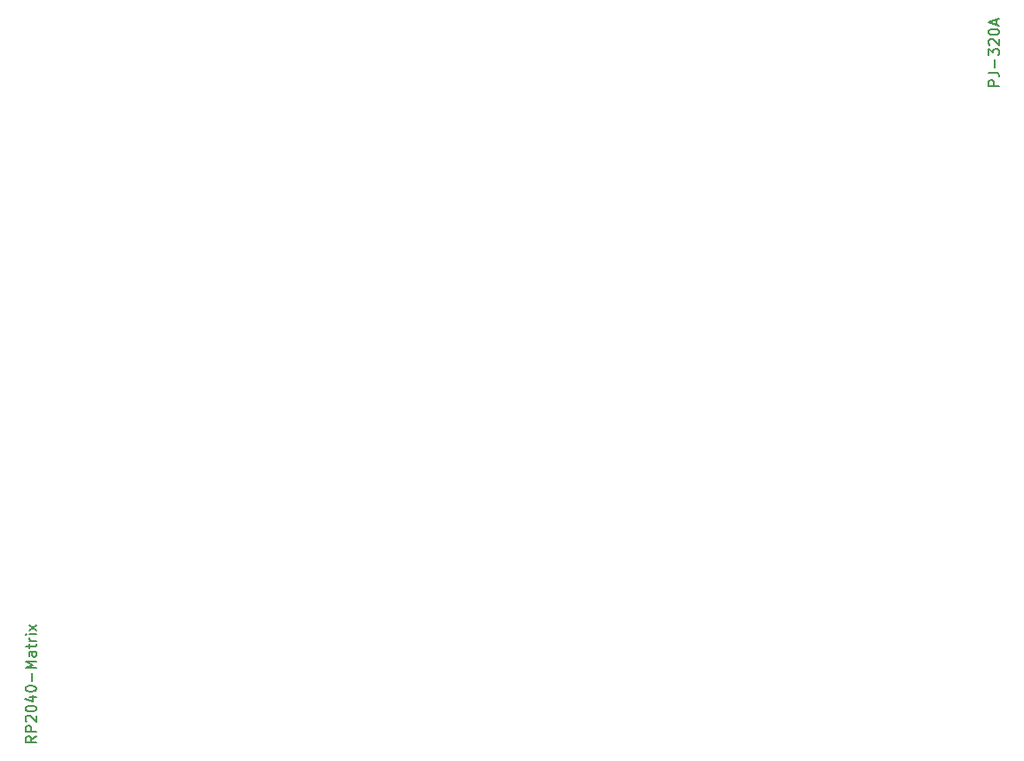
<source format=gbr>
%TF.GenerationSoftware,KiCad,Pcbnew,8.0.7*%
%TF.CreationDate,2025-01-05T02:21:24-08:00*%
%TF.ProjectId,risha,72697368-612e-46b6-9963-61645f706362,v1.0.0*%
%TF.SameCoordinates,Original*%
%TF.FileFunction,AssemblyDrawing,Top*%
%FSLAX46Y46*%
G04 Gerber Fmt 4.6, Leading zero omitted, Abs format (unit mm)*
G04 Created by KiCad (PCBNEW 8.0.7) date 2025-01-05 02:21:24*
%MOMM*%
%LPD*%
G01*
G04 APERTURE LIST*
%ADD10C,0.150000*%
G04 APERTURE END LIST*
D10*
X100839819Y-121181190D02*
X100363628Y-121514523D01*
X100839819Y-121752618D02*
X99839819Y-121752618D01*
X99839819Y-121752618D02*
X99839819Y-121371666D01*
X99839819Y-121371666D02*
X99887438Y-121276428D01*
X99887438Y-121276428D02*
X99935057Y-121228809D01*
X99935057Y-121228809D02*
X100030295Y-121181190D01*
X100030295Y-121181190D02*
X100173152Y-121181190D01*
X100173152Y-121181190D02*
X100268390Y-121228809D01*
X100268390Y-121228809D02*
X100316009Y-121276428D01*
X100316009Y-121276428D02*
X100363628Y-121371666D01*
X100363628Y-121371666D02*
X100363628Y-121752618D01*
X100839819Y-120752618D02*
X99839819Y-120752618D01*
X99839819Y-120752618D02*
X99839819Y-120371666D01*
X99839819Y-120371666D02*
X99887438Y-120276428D01*
X99887438Y-120276428D02*
X99935057Y-120228809D01*
X99935057Y-120228809D02*
X100030295Y-120181190D01*
X100030295Y-120181190D02*
X100173152Y-120181190D01*
X100173152Y-120181190D02*
X100268390Y-120228809D01*
X100268390Y-120228809D02*
X100316009Y-120276428D01*
X100316009Y-120276428D02*
X100363628Y-120371666D01*
X100363628Y-120371666D02*
X100363628Y-120752618D01*
X99935057Y-119800237D02*
X99887438Y-119752618D01*
X99887438Y-119752618D02*
X99839819Y-119657380D01*
X99839819Y-119657380D02*
X99839819Y-119419285D01*
X99839819Y-119419285D02*
X99887438Y-119324047D01*
X99887438Y-119324047D02*
X99935057Y-119276428D01*
X99935057Y-119276428D02*
X100030295Y-119228809D01*
X100030295Y-119228809D02*
X100125533Y-119228809D01*
X100125533Y-119228809D02*
X100268390Y-119276428D01*
X100268390Y-119276428D02*
X100839819Y-119847856D01*
X100839819Y-119847856D02*
X100839819Y-119228809D01*
X99839819Y-118609761D02*
X99839819Y-118514523D01*
X99839819Y-118514523D02*
X99887438Y-118419285D01*
X99887438Y-118419285D02*
X99935057Y-118371666D01*
X99935057Y-118371666D02*
X100030295Y-118324047D01*
X100030295Y-118324047D02*
X100220771Y-118276428D01*
X100220771Y-118276428D02*
X100458866Y-118276428D01*
X100458866Y-118276428D02*
X100649342Y-118324047D01*
X100649342Y-118324047D02*
X100744580Y-118371666D01*
X100744580Y-118371666D02*
X100792200Y-118419285D01*
X100792200Y-118419285D02*
X100839819Y-118514523D01*
X100839819Y-118514523D02*
X100839819Y-118609761D01*
X100839819Y-118609761D02*
X100792200Y-118704999D01*
X100792200Y-118704999D02*
X100744580Y-118752618D01*
X100744580Y-118752618D02*
X100649342Y-118800237D01*
X100649342Y-118800237D02*
X100458866Y-118847856D01*
X100458866Y-118847856D02*
X100220771Y-118847856D01*
X100220771Y-118847856D02*
X100030295Y-118800237D01*
X100030295Y-118800237D02*
X99935057Y-118752618D01*
X99935057Y-118752618D02*
X99887438Y-118704999D01*
X99887438Y-118704999D02*
X99839819Y-118609761D01*
X100173152Y-117419285D02*
X100839819Y-117419285D01*
X99792200Y-117657380D02*
X100506485Y-117895475D01*
X100506485Y-117895475D02*
X100506485Y-117276428D01*
X99839819Y-116704999D02*
X99839819Y-116609761D01*
X99839819Y-116609761D02*
X99887438Y-116514523D01*
X99887438Y-116514523D02*
X99935057Y-116466904D01*
X99935057Y-116466904D02*
X100030295Y-116419285D01*
X100030295Y-116419285D02*
X100220771Y-116371666D01*
X100220771Y-116371666D02*
X100458866Y-116371666D01*
X100458866Y-116371666D02*
X100649342Y-116419285D01*
X100649342Y-116419285D02*
X100744580Y-116466904D01*
X100744580Y-116466904D02*
X100792200Y-116514523D01*
X100792200Y-116514523D02*
X100839819Y-116609761D01*
X100839819Y-116609761D02*
X100839819Y-116704999D01*
X100839819Y-116704999D02*
X100792200Y-116800237D01*
X100792200Y-116800237D02*
X100744580Y-116847856D01*
X100744580Y-116847856D02*
X100649342Y-116895475D01*
X100649342Y-116895475D02*
X100458866Y-116943094D01*
X100458866Y-116943094D02*
X100220771Y-116943094D01*
X100220771Y-116943094D02*
X100030295Y-116895475D01*
X100030295Y-116895475D02*
X99935057Y-116847856D01*
X99935057Y-116847856D02*
X99887438Y-116800237D01*
X99887438Y-116800237D02*
X99839819Y-116704999D01*
X100458866Y-115943094D02*
X100458866Y-115181190D01*
X100839819Y-114704999D02*
X99839819Y-114704999D01*
X99839819Y-114704999D02*
X100554104Y-114371666D01*
X100554104Y-114371666D02*
X99839819Y-114038333D01*
X99839819Y-114038333D02*
X100839819Y-114038333D01*
X100839819Y-113133571D02*
X100316009Y-113133571D01*
X100316009Y-113133571D02*
X100220771Y-113181190D01*
X100220771Y-113181190D02*
X100173152Y-113276428D01*
X100173152Y-113276428D02*
X100173152Y-113466904D01*
X100173152Y-113466904D02*
X100220771Y-113562142D01*
X100792200Y-113133571D02*
X100839819Y-113228809D01*
X100839819Y-113228809D02*
X100839819Y-113466904D01*
X100839819Y-113466904D02*
X100792200Y-113562142D01*
X100792200Y-113562142D02*
X100696961Y-113609761D01*
X100696961Y-113609761D02*
X100601723Y-113609761D01*
X100601723Y-113609761D02*
X100506485Y-113562142D01*
X100506485Y-113562142D02*
X100458866Y-113466904D01*
X100458866Y-113466904D02*
X100458866Y-113228809D01*
X100458866Y-113228809D02*
X100411247Y-113133571D01*
X100173152Y-112800237D02*
X100173152Y-112419285D01*
X99839819Y-112657380D02*
X100696961Y-112657380D01*
X100696961Y-112657380D02*
X100792200Y-112609761D01*
X100792200Y-112609761D02*
X100839819Y-112514523D01*
X100839819Y-112514523D02*
X100839819Y-112419285D01*
X100839819Y-112085951D02*
X100173152Y-112085951D01*
X100363628Y-112085951D02*
X100268390Y-112038332D01*
X100268390Y-112038332D02*
X100220771Y-111990713D01*
X100220771Y-111990713D02*
X100173152Y-111895475D01*
X100173152Y-111895475D02*
X100173152Y-111800237D01*
X100839819Y-111466903D02*
X100173152Y-111466903D01*
X99839819Y-111466903D02*
X99887438Y-111514522D01*
X99887438Y-111514522D02*
X99935057Y-111466903D01*
X99935057Y-111466903D02*
X99887438Y-111419284D01*
X99887438Y-111419284D02*
X99839819Y-111466903D01*
X99839819Y-111466903D02*
X99935057Y-111466903D01*
X100839819Y-111085951D02*
X100173152Y-110562142D01*
X100173152Y-111085951D02*
X100839819Y-110562142D01*
X192636319Y-59189547D02*
X191636319Y-59189547D01*
X191636319Y-59189547D02*
X191636319Y-58808595D01*
X191636319Y-58808595D02*
X191683938Y-58713357D01*
X191683938Y-58713357D02*
X191731557Y-58665738D01*
X191731557Y-58665738D02*
X191826795Y-58618119D01*
X191826795Y-58618119D02*
X191969652Y-58618119D01*
X191969652Y-58618119D02*
X192064890Y-58665738D01*
X192064890Y-58665738D02*
X192112509Y-58713357D01*
X192112509Y-58713357D02*
X192160128Y-58808595D01*
X192160128Y-58808595D02*
X192160128Y-59189547D01*
X191636319Y-57903833D02*
X192350604Y-57903833D01*
X192350604Y-57903833D02*
X192493461Y-57951452D01*
X192493461Y-57951452D02*
X192588700Y-58046690D01*
X192588700Y-58046690D02*
X192636319Y-58189547D01*
X192636319Y-58189547D02*
X192636319Y-58284785D01*
X192255366Y-57427642D02*
X192255366Y-56665738D01*
X191636319Y-56284785D02*
X191636319Y-55665738D01*
X191636319Y-55665738D02*
X192017271Y-55999071D01*
X192017271Y-55999071D02*
X192017271Y-55856214D01*
X192017271Y-55856214D02*
X192064890Y-55760976D01*
X192064890Y-55760976D02*
X192112509Y-55713357D01*
X192112509Y-55713357D02*
X192207747Y-55665738D01*
X192207747Y-55665738D02*
X192445842Y-55665738D01*
X192445842Y-55665738D02*
X192541080Y-55713357D01*
X192541080Y-55713357D02*
X192588700Y-55760976D01*
X192588700Y-55760976D02*
X192636319Y-55856214D01*
X192636319Y-55856214D02*
X192636319Y-56141928D01*
X192636319Y-56141928D02*
X192588700Y-56237166D01*
X192588700Y-56237166D02*
X192541080Y-56284785D01*
X191731557Y-55284785D02*
X191683938Y-55237166D01*
X191683938Y-55237166D02*
X191636319Y-55141928D01*
X191636319Y-55141928D02*
X191636319Y-54903833D01*
X191636319Y-54903833D02*
X191683938Y-54808595D01*
X191683938Y-54808595D02*
X191731557Y-54760976D01*
X191731557Y-54760976D02*
X191826795Y-54713357D01*
X191826795Y-54713357D02*
X191922033Y-54713357D01*
X191922033Y-54713357D02*
X192064890Y-54760976D01*
X192064890Y-54760976D02*
X192636319Y-55332404D01*
X192636319Y-55332404D02*
X192636319Y-54713357D01*
X191636319Y-54094309D02*
X191636319Y-53999071D01*
X191636319Y-53999071D02*
X191683938Y-53903833D01*
X191683938Y-53903833D02*
X191731557Y-53856214D01*
X191731557Y-53856214D02*
X191826795Y-53808595D01*
X191826795Y-53808595D02*
X192017271Y-53760976D01*
X192017271Y-53760976D02*
X192255366Y-53760976D01*
X192255366Y-53760976D02*
X192445842Y-53808595D01*
X192445842Y-53808595D02*
X192541080Y-53856214D01*
X192541080Y-53856214D02*
X192588700Y-53903833D01*
X192588700Y-53903833D02*
X192636319Y-53999071D01*
X192636319Y-53999071D02*
X192636319Y-54094309D01*
X192636319Y-54094309D02*
X192588700Y-54189547D01*
X192588700Y-54189547D02*
X192541080Y-54237166D01*
X192541080Y-54237166D02*
X192445842Y-54284785D01*
X192445842Y-54284785D02*
X192255366Y-54332404D01*
X192255366Y-54332404D02*
X192017271Y-54332404D01*
X192017271Y-54332404D02*
X191826795Y-54284785D01*
X191826795Y-54284785D02*
X191731557Y-54237166D01*
X191731557Y-54237166D02*
X191683938Y-54189547D01*
X191683938Y-54189547D02*
X191636319Y-54094309D01*
X192350604Y-53380023D02*
X192350604Y-52903833D01*
X192636319Y-53475261D02*
X191636319Y-53141928D01*
X191636319Y-53141928D02*
X192636319Y-52808595D01*
M02*

</source>
